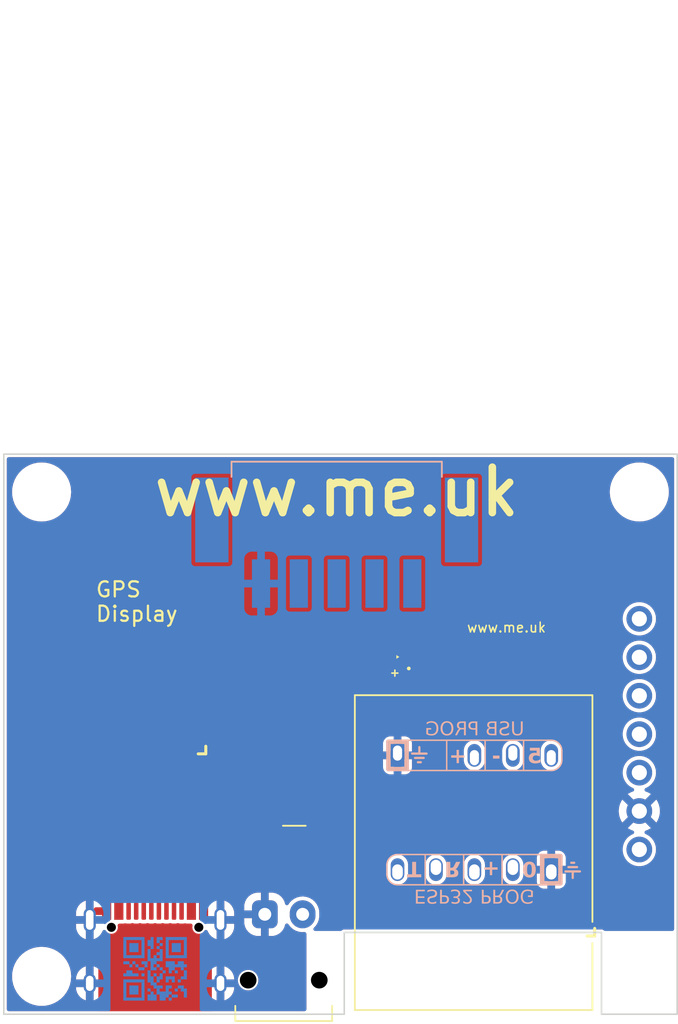
<source format=kicad_pcb>
(kicad_pcb (version 20221018) (generator pcbnew)
  (title_block (title "GPS reference") (date "${DATE}") (rev "5") (company "Adrian Kennard Andrews & Arnold Ltd") (comment 1 "www.me.uk") (comment 2 "@TheRealRevK"))
  (layers (0 "F.Cu" signal) (31 "B.Cu" signal) (34 "B.Paste" user) (35 "F.Paste" user) (36 "B.SilkS" user "B.Silkscreen") (37 "F.SilkS" user "F.Silkscreen") (38 "B.Mask" user) (39 "F.Mask" user) (44 "Edge.Cuts" user))
  (property "DATE" "2022-03-20")
  (net 0 "")
  (net 1 "D+")
  (net 2 "GND")
  (net 3 "D-")
  (net 4 "+3V3")
  (net 5 "VBUS")
  (net 6 "Net-(J2-CC1)")
  (net 7 "DC")
  (net 9 "Net-(J2-CC2)")
  (net 11 "GPSTICK")
  (net 12 "OLED-SCK")
  (net 13 "GPSTX")
  (net 14 "GPSRX")
  (net 15 "OLED-CS")
  (net 17 "Net-(U1-EN)")
  (net 19 "RGB")
  (net 20 "Net-(J4-0)")
  (net 21 "Net-(J4-Rx)")
  (net 22 "Net-(J4-Tx)")
  (net 27 "OLED-MOSI")
  (net 33 "OLED-DC")
  (net 34 "OLED-RST")
  (footprint "RevK:SMD1010" (layer "F.Cu") (at 103.965 128.735 180)
    (fp_text reference "D4" hide)
    (fp_text value "XL-1010RGBC-WS2812B" hide)
    (fp_line (start -0.08 -0.73) (end 0.32 -0.73) (stroke (width 0.1)) (layer "F.SilkS"))
    (fp_line (start 0.12 -0.93) (end 0.12 -0.53) (stroke (width 0.1)) (layer "F.SilkS"))
    (fp_circle (center -0.8 -0.425) (end -0.675 -0.425) (fill solid) (layer "F.SilkS"))
    (fp_poly (pts (xy 0.023248 0.214442) (xy 0.023248 0.464442) (xy -0.176752 0.337718)) (fill solid) (layer "F.SilkS"))
    (pad "1" smd rect (at -0.425 -0.425 180) (size 0.45 0.45) (layers "F.Cu" "F.Paste" "F.Mask"))
    (pad "2" smd rect (at 0.425 -0.425 180) (size 0.45 0.45) (layers "F.Cu" "F.Paste" "F.Mask") (net 4 "+3V3"))
    (pad "3" smd rect (at -0.425 0.425 180) (size 0.45 0.45) (layers "F.Cu" "F.Paste" "F.Mask") (net 2 "GND"))
    (pad "4" smd rect (at 0.425 0.425 180) (size 0.45 0.45) (layers "F.Cu" "F.Paste" "F.Mask") (net 19 "RGB"))
  )
  (footprint "RevK:R_0402" (layer "F.Cu") (at 117.5 140.25 90)
    (fp_text reference "R1" hide)
    (fp_text value "10K" hide)
    (pad "1" smd roundrect (at -0.5 0 90) (size 0.54 0.64) (layers "F.Cu" "F.Paste" "F.Mask") (net 4 "+3V3"))
    (pad "2" smd roundrect (at 0.5 0 90) (size 0.54 0.64) (layers "F.Cu" "F.Paste" "F.Mask") (net 17 "Net-(U1-EN)"))
  )
  (footprint "RevK:R_0402_" (layer "F.Cu") (at 99.87 123.57)
    (fp_text reference "R15" hide)
    (fp_text value "1M" hide)
  )
  (footprint "RevK:R_0402" (layer "F.Cu") (at 90.5 143.75 180)
    (fp_text reference "R3" hide)
    (fp_text value "5K1" hide)
    (pad "1" smd roundrect (at -0.5 0 180) (size 0.54 0.64) (layers "F.Cu" "F.Paste" "F.Mask") (net 2 "GND"))
    (pad "2" smd roundrect (at 0.5 0 180) (size 0.54 0.64) (layers "F.Cu" "F.Paste" "F.Mask") (net 9 "Net-(J2-CC2)"))
  )
  (footprint "RevK:C_0603_" (layer "F.Cu") (at 97.2 119.94)
    (fp_text reference "C6" hide)
    (fp_text value "10uF 50V")
  )
  (footprint "RevK:USB-C-Socket-H" (layer "F.Cu") (at 88 147.65)
    (fp_text reference "J2" hide)
    (fp_text value "USB-C-Socket-V")
    (pad "" np_thru_hole circle (at -2.89 -1.39) (size 0.7 0.7) (drill 0.6) (layers "F.Mask"))
    (pad "" np_thru_hole circle (at 2.89 -1.39) (size 0.7 0.7) (drill 0.6) (layers "F.Mask"))
    (pad "A1" smd rect (at -3.2 -2.46) (size 0.6 1.14) (layers "F.Cu" "F.Paste" "F.Mask") (net 2 "GND"))
    (pad "A4" smd rect (at -2.4 -2.46) (size 0.6 1.14) (layers "F.Cu" "F.Paste" "F.Mask") (net 5 "VBUS"))
    (pad "A5" smd roundrect (at -1.25 -2.46) (size 0.3 1.14) (layers "F.Cu" "F.Paste" "F.Mask") (net 6 "Net-(J2-CC1)"))
    (pad "A6" smd roundrect (at -0.25 -2.46) (size 0.3 1.14) (layers "F.Cu" "F.Paste" "F.Mask") (net 1 "D+"))
    (pad "A7" smd roundrect (at 0.25 -2.46) (size 0.3 1.14) (layers "F.Cu" "F.Paste" "F.Mask") (net 3 "D-"))
    (pad "A8" smd roundrect (at 1.25 -2.46) (size 0.3 1.14) (layers "F.Cu" "F.Paste" "F.Mask"))
    (pad "A9" smd rect (at 2.4 -2.46) (size 0.6 1.14) (layers "F.Cu") (net 5 "VBUS"))
    (pad "A12" smd rect (at 3.2 -2.46) (size 0.6 1.14) (layers "F.Cu") (net 2 "GND"))
    (pad "B1" smd rect (at 3.2 -2.46) (size 0.6 1.14) (layers "F.Cu" "F.Paste" "F.Mask") (net 2 "GND"))
    (pad "B4" smd rect (at 2.4 -2.46) (size 0.6 1.14) (layers "F.Cu" "F.Paste" "F.Mask") (net 5 "VBUS"))
    (pad "B5" smd roundrect (at 1.75 -2.46) (size 0.3 1.14) (layers "F.Cu" "F.Paste" "F.Mask") (net 9 "Net-(J2-CC2)"))
    (pad "B6" smd roundrect (at 0.75 -2.46) (size 0.3 1.14) (layers "F.Cu" "F.Paste" "F.Mask") (net 1 "D+"))
    (pad "B7" smd roundrect (at -0.75 -2.46) (size 0.3 1.14) (layers "F.Cu" "F.Paste" "F.Mask") (net 3 "D-"))
    (pad "B8" smd roundrect (at -1.75 -2.46) (size 0.3 1.14) (layers "F.Cu" "F.Paste" "F.Mask"))
    (pad "B9" smd rect (at -2.4 -2.46) (size 0.6 1.14) (layers "F.Cu") (net 5 "VBUS"))
    (pad "B12" smd rect (at -3.2 -2.46) (size 0.6 1.14) (layers "F.Cu") (net 2 "GND"))
    (pad "S1" thru_hole oval (at -4.32 -1.88) (size 0.8 1.6) (drill oval 0.5 1.3) (layers "*.Cu" "F.Mask") (net 2 "GND"))
    (pad "S1" thru_hole oval (at -4.32 2.31) (size 0.8 1.3) (drill oval 0.5 1) (layers "*.Cu" "F.Mask") (net 2 "GND"))
    (pad "S1" smd rect (at 0 1.75) (size 7.5 4.8) (layers "F.Cu" "F.Mask") (net 2 "GND"))
    (pad "S1" thru_hole oval (at 4.32 -1.88) (size 0.8 1.6) (drill oval 0.5 1.3) (layers "*.Cu" "F.Mask") (net 2 "GND"))
    (pad "S1" thru_hole oval (at 4.32 2.31) (size 0.8 1.3) (drill oval 0.5 1) (layers "*.Cu" "F.Mask") (net 2 "GND"))
  )
  (footprint "RevK:ESP32-S3-MINI-1" (layer "F.Cu") (at 109.05 138.8 180)
    (fp_text reference "U1" hide)
    (fp_text value "ESP32-S3-MINI-1" hide)
    (fp_line (start -8 -8.03) (end -8 -7.53) (stroke (width 0.2)) (layer "F.SilkS"))
    (fp_line (start -7.85 -12.925) (end -7.85 -8.5) (stroke (width 0.12)) (layer "F.SilkS"))
    (fp_line (start -7.85 -12.925) (end 7.85 -12.925) (stroke (width 0.12)) (layer "F.SilkS"))
    (fp_line (start -7.85 -7.1) (end -7.85 7.875) (stroke (width 0.12)) (layer "F.SilkS"))
    (fp_line (start -7.85 7.875) (end 7.85 7.875) (stroke (width 0.12)) (layer "F.SilkS"))
    (fp_line (start -7.5 -8.03) (end -8 -8.03) (stroke (width 0.2)) (layer "F.SilkS"))
    (fp_line (start 7.85 -12.925) (end 7.85 7.875) (stroke (width 0.12)) (layer "F.SilkS"))
    (pad "1" smd rect (at -7 -5.95 270) (size 0.4 0.8) (layers "F.Cu" "F.Paste" "F.Mask") (net 2 "GND"))
    (pad "2" smd rect (at -7 -5.1 270) (size 0.4 0.8) (layers "F.Cu" "F.Paste" "F.Mask") (net 2 "GND"))
    (pad "3" smd rect (at -7 -4.25 270) (size 0.4 0.8) (layers "F.Cu" "F.Paste" "F.Mask") (net 4 "+3V3"))
    (pad "4" smd rect (at -7 -3.4 270) (size 0.4 0.8) (layers "F.Cu" "F.Paste" "F.Mask") (net 20 "Net-(J4-0)"))
    (pad "5" smd rect (at -7 -2.55 270) (size 0.4 0.8) (layers "F.Cu" "F.Paste" "F.Mask"))
    (pad "6" smd rect (at -7 -1.7 270) (size 0.4 0.8) (layers "F.Cu" "F.Paste" "F.Mask"))
    (pad "7" smd rect (at -7 -0.85 270) (size 0.4 0.8) (layers "F.Cu" "F.Paste" "F.Mask"))
    (pad "8" smd rect (at -7 0 270) (size 0.4 0.8) (layers "F.Cu" "F.Paste" "F.Mask"))
    (pad "9" smd rect (at -7 0.85 270) (size 0.4 0.8) (layers "F.Cu" "F.Paste" "F.Mask"))
    (pad "10" smd rect (at -7 1.7 270) (size 0.4 0.8) (layers "F.Cu" "F.Paste" "F.Mask"))
    (pad "11" smd rect (at -7 2.55 270) (size 0.4 0.8) (layers "F.Cu" "F.Paste" "F.Mask"))
    (pad "12" smd rect (at -7 3.4 270) (size 0.4 0.8) (layers "F.Cu" "F.Paste" "F.Mask"))
    (pad "13" smd rect (at -7 4.25 270) (size 0.4 0.8) (layers "F.Cu" "F.Paste" "F.Mask"))
    (pad "14" smd rect (at -7 5.1 270) (size 0.4 0.8) (layers "F.Cu" "F.Paste" "F.Mask"))
    (pad "15" smd rect (at -7 5.95 270) (size 0.4 0.8) (layers "F.Cu" "F.Paste" "F.Mask"))
    (pad "16" smd rect (at -5.95 7 180) (size 0.4 0.8) (layers "F.Cu" "F.Paste" "F.Mask") (net 27 "OLED-MOSI"))
    (pad "17" smd rect (at -5.1 7 180) (size 0.4 0.8) (layers "F.Cu" "F.Paste" "F.Mask"))
    (pad "18" smd rect (at -4.25 7 180) (size 0.4 0.8) (layers "F.Cu" "F.Paste" "F.Mask") (net 34 "OLED-RST"))
    (pad "19" smd rect (at -3.4 7 180) (size 0.4 0.8) (layers "F.Cu" "F.Paste" "F.Mask") (net 33 "OLED-DC"))
    (pad "20" smd rect (at -2.55 7 180) (size 0.4 0.8) (layers "F.Cu" "F.Paste" "F.Mask"))
    (pad "21" smd rect (at -1.7 7 180) (size 0.4 0.8) (layers "F.Cu" "F.Paste" "F.Mask"))
    (pad "22" smd rect (at -0.85 7 180) (size 0.4 0.8) (layers "F.Cu" "F.Paste" "F.Mask"))
    (pad "23" smd rect (at 0 7 180) (size 0.4 0.8) (layers "F.Cu" "F.Paste" "F.Mask") (net 3 "D-"))
    (pad "24" smd rect (at 0.85 7 180) (size 0.4 0.8) (layers "F.Cu" "F.Paste" "F.Mask") (net 1 "D+"))
    (pad "25" smd rect (at 1.7 7 180) (size 0.4 0.8) (layers "F.Cu" "F.Paste" "F.Mask"))
    (pad "26" smd rect (at 2.55 7 180) (size 0.4 0.8) (layers "F.Cu" "F.Paste" "F.Mask"))
    (pad "27" smd rect (at 3.4 7 180) (size 0.4 0.8) (layers "F.Cu" "F.Paste" "F.Mask"))
    (pad "28" smd rect (at 4.25 7 180) (size 0.4 0.8) (layers "F.Cu" "F.Paste" "F.Mask") (net 19 "RGB"))
    (pad "29" smd rect (at 5.1 7 180) (size 0.4 0.8) (layers "F.Cu" "F.Paste" "F.Mask"))
    (pad "30" smd rect (at 5.95 7 180) (size 0.4 0.8) (layers "F.Cu" "F.Paste" "F.Mask"))
    (pad "31" smd rect (at 7 5.95 270) (size 0.4 0.8) (layers "F.Cu" "F.Paste" "F.Mask"))
    (pad "32" smd rect (at 7 5.1 270) (size 0.4 0.8) (layers "F.Cu" "F.Paste" "F.Mask"))
    (pad "33" smd rect (at 7 4.25 270) (size 0.4 0.8) (layers "F.Cu" "F.Paste" "F.Mask") (net 13 "GPSTX"))
    (pad "34" smd rect (at 7 3.4 270) (size 0.4 0.8) (layers "F.Cu" "F.Paste" "F.Mask") (net 12 "OLED-SCK"))
    (pad "35" smd rect (at 7 2.55 270) (size 0.4 0.8) (layers "F.Cu" "F.Paste" "F.Mask") (net 15 "OLED-CS"))
    (pad "36" smd rect (at 7 1.7 270) (size 0.4 0.8) (layers "F.Cu" "F.Paste" "F.Mask") (net 14 "GPSRX"))
    (pad "37" smd rect (at 7 0.85 270) (size 0.4 0.8) (layers "F.Cu" "F.Paste" "F.Mask") (net 11 "GPSTICK"))
    (pad "38" smd rect (at 7 0 270) (size 0.4 0.8) (layers "F.Cu" "F.Paste" "F.Mask"))
    (pad "39" smd rect (at 7 -0.85 270) (size 0.4 0.8) (layers "F.Cu" "F.Paste" "F.Mask") (net 22 "Net-(J4-Tx)"))
    (pad "40" smd rect (at 7 -1.7 270) (size 0.4 0.8) (layers "F.Cu" "F.Paste" "F.Mask") (net 21 "Net-(J4-Rx)"))
    (pad "41" smd rect (at 7 -2.55 270) (size 0.4 0.8) (layers "F.Cu" "F.Paste" "F.Mask"))
    (pad "42" smd rect (at 7 -3.4 270) (size 0.4 0.8) (layers "F.Cu" "F.Paste" "F.Mask") (net 2 "GND"))
    (pad "43" smd rect (at 7 -4.25 270) (size 0.4 0.8) (layers "F.Cu" "F.Paste" "F.Mask") (net 2 "GND"))
    (pad "44" smd rect (at 7 -5.1 270) (size 0.4 0.8) (layers "F.Cu" "F.Paste" "F.Mask"))
    (pad "45" smd rect (at 7 -5.95 270) (size 0.4 0.8) (layers "F.Cu" "F.Paste" "F.Mask") (net 17 "Net-(U1-EN)"))
    (pad "46" smd rect (at 5.95 -7 180) (size 0.4 0.8) (layers "F.Cu" "F.Paste" "F.Mask") (net 2 "GND"))
    (pad "47" smd rect (at 5.1 -7 180) (size 0.4 0.8) (layers "F.Cu" "F.Paste" "F.Mask") (net 2 "GND"))
    (pad "48" smd rect (at 4.25 -7 180) (size 0.4 0.8) (layers "F.Cu" "F.Paste" "F.Mask") (net 2 "GND"))
    (pad "49" smd rect (at 3.4 -7 180) (size 0.4 0.8) (layers "F.Cu" "F.Paste" "F.Mask") (net 2 "GND"))
    (pad "50" smd rect (at 2.55 -7 180) (size 0.4 0.8) (layers "F.Cu" "F.Paste" "F.Mask") (net 2 "GND"))
    (pad "51" smd rect (at 1.7 -7 180) (size 0.4 0.8) (layers "F.Cu" "F.Paste" "F.Mask") (net 2 "GND"))
    (pad "52" smd rect (at 0.85 -7 180) (size 0.4 0.8) (layers "F.Cu" "F.Paste" "F.Mask") (net 2 "GND"))
    (pad "53" smd rect (at 0 -7 180) (size 0.4 0.8) (layers "F.Cu" "F.Paste" "F.Mask") (net 2 "GND"))
    (pad "54" smd rect (at -0.85 -7 180) (size 0.4 0.8) (layers "F.Cu" "F.Paste" "F.Mask") (net 2 "GND"))
    (pad "55" smd rect (at -1.7 -7 180) (size 0.4 0.8) (layers "F.Cu" "F.Paste" "F.Mask") (net 2 "GND"))
    (pad "56" smd rect (at -2.55 -7 180) (size 0.4 0.8) (layers "F.Cu" "F.Paste" "F.Mask") (net 2 "GND"))
    (pad "57" smd rect (at -3.4 -7 180) (size 0.4 0.8) (layers "F.Cu" "F.Paste" "F.Mask") (net 2 "GND"))
    (pad "58" smd rect (at -4.25 -7 180) (size 0.4 0.8) (layers "F.Cu" "F.Paste" "F.Mask") (net 2 "GND"))
    (pad "59" smd rect (at -5.1 -7 180) (size 0.4 0.8) (layers "F.Cu" "F.Paste" "F.Mask") (net 2 "GND"))
    (pad "60" smd rect (at -5.95 -7 180) (size 0.4 0.8) (layers "F.Cu" "F.Paste" "F.Mask") (net 2 "GND"))
    (pad "61" smd roundrect (at -1.65 -1.65 180) (size 1.2 1.2) (layers "F.Cu" "F.Paste" "F.Mask") (roundrect_rratio 0) (chamfer_ratio 0.5) (chamfer top_left) (net 2 "GND"))
    (pad "61" smd rect (at -1.65 0 270) (size 1.2 1.2) (layers "F.Cu" "F.Paste" "F.Mask") (net 2 "GND"))
    (pad "61" smd rect (at -1.65 1.65 270) (size 1.2 1.2) (layers "F.Cu" "F.Paste" "F.Mask") (net 2 "GND"))
    (pad "61" smd rect (at 0 -1.65 180) (size 1.2 1.2) (layers "F.Cu" "F.Paste" "F.Mask") (net 2 "GND"))
    (pad "61" smd rect (at 0 0 180) (size 1.2 1.2) (layers "F.Cu" "F.Paste" "F.Mask") (net 2 "GND"))
    (pad "61" smd rect (at 0 1.65 180) (size 1.2 1.2) (layers "F.Cu" "F.Paste" "F.Mask") (net 2 "GND"))
    (pad "61" smd rect (at 1.65 -1.65 180) (size 1.2 1.2) (layers "F.Cu" "F.Paste" "F.Mask") (net 2 "GND"))
    (pad "61" smd rect (at 1.65 0 180) (size 1.2 1.2) (layers "F.Cu" "F.Paste" "F.Mask") (net 2 "GND"))
    (pad "61" smd rect (at 1.65 1.65 180) (size 1.2 1.2) (layers "F.Cu" "F.Paste" "F.Mask") (net 2 "GND"))
    (pad "62" smd rect (at -7 -7 180) (size 0.8 0.8) (layers "F.Cu" "F.Paste" "F.Mask") (net 2 "GND"))
    (pad "63" smd rect (at -7 7 180) (size 0.8 0.8) (layers "F.Cu" "F.Paste" "F.Mask") (net 2 "GND"))
    (pad "64" smd rect (at 7 7 180) (size 0.8 0.8) (layers "F.Cu" "F.Paste" "F.Mask") (net 2 "GND"))
    (pad "65" smd rect (at 7 -7 180) (size 0.8 0.8) (layers "F.Cu" "F.Paste" "F.Mask") (net 2 "GND"))
    (zone (net 0) (net_name "") (layers "F.Cu" "In1.Cu" "In2.Cu" "In3.Cu" "In4.Cu" "In5.Cu" "In6.Cu" "In7.Cu" "In8.Cu" "In9.Cu" "In10.Cu" "In11.Cu" "In12.Cu" "In13.Cu" "In14.Cu" "In15.Cu" "In16.Cu" "In17.Cu" "In18.Cu" "In19.Cu" "In20.Cu" "In21.Cu" "In22.Cu" "In23.Cu" "In24.Cu" "In25.Cu" "In26.Cu" "In27.Cu" "In28.Cu" "In29.Cu" "In30.Cu") (connect_pads (clearance 0)) (min_thickness 0.01)
      (keepout (tracks not_allowed) (vias not_allowed) (pads not_allowed) (copperpour not_allowed) (footprints not_allowed))
      (fill (thermal_gap 0.508) (thermal_bridge_width 0.508))
      (polygon (pts (xy 116.75 151.575) (xy 101.35 151.575) (xy 101.35 146.525) (xy 116.75 146.525)))
    )
    (zone (net 0) (net_name "") (layer "B.Cu") (connect_pads (clearance 0)) (min_thickness 0.01)
      (keepout (tracks not_allowed) (vias not_allowed) (pads not_allowed) (copperpour not_allowed) (footprints not_allowed))
      (fill (thermal_gap 0.508) (thermal_bridge_width 0.508))
      (polygon (pts (xy 116.75 151.65) (xy 101.35 151.65) (xy 101.35 147) (xy 116.75 147)))
    )
  )
  (footprint "RevK:R_0402_" (layer "F.Cu") (at 99.87 119.89)
    (fp_text reference "R13" hide)
    (fp_text value "124k" hide)
  )
  (footprint "RevK:D_1206" (layer "F.Cu") (at 97.2 139.05 90)
    (fp_text reference "D1" hide)
    (fp_text value "D")
    (fp_line (start -0.5 -0.75) (end -0.5 0.75) (stroke (width 0.12)) (layer "F.SilkS"))
    (pad "1" smd roundrect (at -1.4 0 90) (size 1.25 1.75) (layers "F.Cu" "F.Paste" "F.Mask") (roundrect_rratio 0.2) (net 7 "DC"))
    (pad "2" smd roundrect (at 1.4 0 90) (size 1.25 1.75) (layers "F.Cu" "F.Paste" "F.Mask") (roundrect_rratio 0.2) (net 5 "VBUS"))
  )
  (footprint "RevK:C_0603_" (layer "F.Cu") (at 97.2 123.78)
    (fp_text reference "C8" hide)
    (fp_text value "100nF")
  )
  (footprint "RevK:OLED1.5-RGB" (layer "F.Cu") (at 78 152)
    (fp_text reference "M1" hide)
    (fp_text value "OLED1.5-RGB")
    (pad "" np_thru_hole circle (at 2.5 -34.5) (size 2 2) (drill 2.1) (layers "F&B.Cu" "*.Mask") (clearance 0.9))
    (pad "" np_thru_hole circle (at 2.5 -2.5) (size 2 2) (drill 2.1) (layers "F&B.Cu" "*.Mask") (clearance 0.9))
    (pad "" np_thru_hole circle (at 42 -34.5) (size 2 2) (drill 2.1) (layers "F&B.Cu" "*.Mask") (clearance 0.9))
    (pad "" np_thru_hole circle (at 42 -2.5) (size 2 2) (drill 2.1) (layers "F&B.Cu" "*.Mask") (clearance 0.9))
    (pad "1" thru_hole circle (at 42 -10.88) (size 1.7 1.7) (drill 1) (layers "*.Cu" "*.Mask") (net 4 "+3V3"))
    (pad "2" thru_hole circle (at 42 -13.42) (size 1.7 1.7) (drill 1) (layers "*.Cu" "*.Mask") (net 2 "GND"))
    (pad "3" thru_hole circle (at 42 -15.96) (size 1.7 1.7) (drill 1) (layers "*.Cu" "*.Mask") (net 27 "OLED-MOSI"))
    (pad "4" thru_hole circle (at 42 -18.5) (size 1.7 1.7) (drill 1) (layers "*.Cu" "*.Mask") (net 12 "OLED-SCK"))
    (pad "5" thru_hole circle (at 42 -21.04) (size 1.7 1.7) (drill 1) (layers "*.Cu" "*.Mask") (net 15 "OLED-CS"))
    (pad "6" thru_hole circle (at 42 -23.58) (size 1.7 1.7) (drill 1) (layers "*.Cu" "*.Mask") (net 33 "OLED-DC"))
    (pad "7" thru_hole circle (at 42 -26.12) (size 1.7 1.7) (drill 1) (layers "*.Cu" "*.Mask") (net 34 "OLED-RST"))
  )
  (footprint "RevK:C_0603_" (layer "F.Cu") (at 97.2 121.86)
    (fp_text reference "C7" hide)
    (fp_text value "10uF 6.3V")
  )
  (footprint "RevK:C_0402" (layer "F.Cu") (at 101.52 129.295 180)
    (fp_text reference "C5" hide)
    (fp_text value "1uF" hide)
    (pad "1" smd roundrect (at -0.5 0 180) (size 0.54 0.64) (layers "F.Cu" "F.Paste" "F.Mask") (net 17 "Net-(U1-EN)"))
    (pad "2" smd roundrect (at 0.5 0 180) (size 0.54 0.64) (layers "F.Cu" "F.Paste" "F.Mask") (net 2 "GND"))
  )
  (footprint "RevK:R_0402_" (layer "F.Cu") (at 99.87 121.73)
    (fp_text reference "R14" hide)
    (fp_text value "40k2" hide)
  )
  (footprint "RevK:SOT-23-6-MD8942" (layer "F.Cu") (at 89.25 133.25)
    (fp_text reference "U2" hide)
    (fp_text value "MD8942")
    (fp_line (start 1.6 1.55) (end 2.1 1.55) (stroke (width 0.2)) (layer "F.SilkS"))
    (fp_line (start 2.1 1.55) (end 2.1 1.05) (stroke (width 0.2)) (layer "F.SilkS"))
    (pad "1" smd rect (at 0.7625 1.5) (size 0.525 0.8) (layers "F.Cu"))
    (pad "1" smd roundrect (at 0.775 2) (size 0.8 0.95) (layers "F.Cu" "F.Paste" "F.Mask"))
    (pad "1" smd roundrect (at 1.1375 0.95) (size 1.325 0.6) (layers "F.Cu" "F.Paste" "F.Mask"))
    (pad "2" smd roundrect (at 1.1375 0) (size 1.325 0.6) (layers "F.Cu" "F.Paste" "F.Mask") (net 2 "GND"))
    (pad "2" smd rect (at 1.8 0) (size 0.8 0.6) (layers "F.Cu") (net 2 "GND"))
    (pad "2" smd roundrect (at 2.300001 -1.9) (size 0.54 0.64) (layers "F.Cu" "F.Paste" "F.Mask") (net 2 "GND"))
    (pad "2" smd roundrect (at 2.5 -0.72) (size 0.95 3) (layers "F.Cu") (net 2 "GND"))
    (pad "2" smd roundrect (at 2.5 0.525) (size 0.95 0.8) (layers "F.Cu" "F.Paste" "F.Mask") (net 2 "GND"))
    (pad "3" smd roundrect (at 0.5 -1.9) (size 0.54 0.64) (layers "F.Cu" "F.Paste" "F.Mask"))
    (pad "3" smd rect (at 0.625 -1.355) (size 0.29 0.89) (layers "F.Cu"))
    (pad "3" smd roundrect (at 1.1375 -0.95) (size 1.325 0.6) (layers "F.Cu" "F.Paste" "F.Mask"))
    (pad "3" smd rect (at 1.3 -1.45) (size 0.54 1) (layers "F.Cu"))
    (pad "3" smd roundrect (at 1.300001 -1.9) (size 0.54 0.64) (layers "F.Cu" "F.Paste" "F.Mask"))
    (pad "4" smd roundrect (at -1.3 -1.9) (size 0.54 0.64) (layers "F.Cu" "F.Paste" "F.Mask"))
    (pad "4" smd rect (at -1.3 -1.42) (size 0.54 1) (layers "F.Cu"))
    (pad "4" smd roundrect (at -1.1375 -0.95) (size 1.325 0.6) (layers "F.Cu" "F.Paste" "F.Mask"))
    (pad "5" smd roundrect (at -2.5 -0.72) (size 0.95 3) (layers "F.Cu") (net 7 "DC"))
    (pad "5" smd roundrect (at -2.5 0.525) (size 0.95 0.8) (layers "F.Cu" "F.Paste" "F.Mask") (net 7 "DC"))
    (pad "5" smd roundrect (at -2.3 -1.9) (size 0.54 0.64) (layers "F.Cu" "F.Paste" "F.Mask") (net 7 "DC"))
    (pad "5" smd rect (at -1.8 0) (size 0.8 0.6) (layers "F.Cu") (net 7 "DC"))
    (pad "5" smd roundrect (at -1.1375 0) (size 1.325 0.6) (layers "F.Cu" "F.Paste" "F.Mask") (net 7 "DC"))
    (pad "6" smd rect (at -1.5 4.6) (size 1.425 3.7) (layers "F.Cu" "F.Mask"))
    (pad "6" smd rect (at -1.3 1.975) (size 1 2) (layers "F.Cu"))
    (pad "6" smd roundrect (at -1.1375 0.95) (size 1.325 0.6) (layers "F.Cu" "F.Paste" "F.Mask"))
    (pad "6" smd roundrect (at -0.775 2) (size 0.8 0.95) (layers "F.Cu" "F.Paste" "F.Mask"))
    (pad "7" smd roundrect (at -2.69375 4.2) (size 0.5625 4.5) (layers "F.Cu") (net 2 "GND"))
    (pad "7" smd roundrect (at -2.5 2.075) (size 0.95 0.8) (layers "F.Cu" "F.Paste" "F.Mask") (net 2 "GND"))
    (pad "8" smd roundrect (at -0.5 -1.9) (size 0.54 0.64) (layers "F.Cu" "F.Paste" "F.Mask") (net 4 "+3V3"))
    (pad "8" smd custom (at 0 0.8) (size 0.35 3) (layers "F.Cu") (net 4 "+3V3") (options (clearance outline) (anchor rect)) (primitives (gr_arc (start -0.5 -2.71) (mid -0.129059 -2.154847) (end 0.001198 -1.5) (width 0.35)) (gr_arc (start 1.5 3) (mid 0.43934 2.56066) (end 0 1.5) (width 0.35))))
    (pad "8" smd rect (at 1.5 4.6) (size 1.425 3.7) (layers "F.Cu" "F.Mask") (net 4 "+3V3"))
    (pad "8" smd custom (at 1.8 3.6) (size 0.7 2) (layers "F.Cu") (net 4 "+3V3") (options (clearance outline) (anchor rect)) (primitives (gr_arc (start 0 -1) (mid 0.146447 -1.353553) (end 0.5 -1.5) (width 0.7))))
    (pad "8" smd roundrect (at 2.5 2.075) (size 0.95 0.8) (layers "F.Cu" "F.Paste" "F.Mask") (net 4 "+3V3"))
  )
  (footprint "RevK:L_4x4_" (layer "F.Cu") (at 98.4 127.3)
    (fp_text reference "L2" hide)
    (fp_text value "10uH")
  )
  (footprint "RevK:R_0402" (layer "F.Cu") (at 85.5 143.75 180)
    (fp_text reference "R2" hide)
    (fp_text value "5K1" hide)
    (pad "1" smd roundrect (at -0.5 0 180) (size 0.54 0.64) (layers "F.Cu" "F.Paste" "F.Mask") (net 6 "Net-(J2-CC1)"))
    (pad "2" smd roundrect (at 0.5 0 180) (size 0.54 0.64) (layers "F.Cu" "F.Paste" "F.Mask") (net 2 "GND"))
  )
  (footprint "RevK:PTSM-HH1-2-RA" (layer "F.Cu") (at 96.5 145.4)
    (fp_text reference "J1" hide)
    (fp_text value "POWER")
    (fp_line (start -3.2 7.05) (end -3.2 6.05) (stroke (width 0.12)) (layer "F.SilkS"))
    (fp_line (start -3.2 7.05) (end 3.2 7.05) (stroke (width 0.12)) (layer "F.SilkS"))
    (fp_line (start 3.2 7.05) (end 3.2 6.05) (stroke (width 0.12)) (layer "F.SilkS"))
    (pad "" np_thru_hole circle (at -2.35 4.35) (size 1.1 1.1) (drill 1.1) (layers "*.Mask"))
    (pad "" np_thru_hole circle (at 2.35 4.35) (size 1.1 1.1) (drill 1.1) (layers "*.Mask"))
    (pad "1" thru_hole roundrect (at -1.25 0) (size 1.7 1.85) (drill 0.85) (layers "*.Cu" "*.Mask") (net 2 "GND"))
    (pad "2" thru_hole oval (at 1.25 0) (size 1.7 1.85) (drill 0.85) (layers "*.Cu" "*.Mask") (net 7 "DC"))
  )
  (footprint "RevK:AJK" (layer "F.Cu") (at 111.8 122.7)
    (fp_text reference "Logo2" hide)
    (fp_text value "AJK" hide)
    (fp_text user "www.me.uk" (at -0.58 3.75 unlocked) (layer "F.SilkS") (effects (font (size 0.65 0.65) (thickness 0.1))))
    (fp_line (start -0.85 1.95) (end -0.85 2.25) (stroke (width 0.08)) (layer "F.Cu"))
    (fp_line (start -0.85 1.95) (end -0.75 1.95) (stroke (width 0.08)) (layer "F.Cu"))
    (fp_line (start -0.85 2.11) (end -0.75 2.11) (stroke (width 0.08)) (layer "F.Cu"))
    (fp_line (start -0.75 2.11) (end -0.65 2.25) (stroke (width 0.08)) (layer "F.Cu"))
    (fp_line (start 0 -2.1) (end -3 2.1) (stroke (width 0.25)) (layer "F.Cu"))
    (fp_line (start 0 -2.1) (end 0 2.1) (stroke (width 0.25)) (layer "F.Cu"))
    (fp_line (start 0 0) (end -1.5 0) (stroke (width 0.25)) (layer "F.Cu"))
    (fp_line (start 0 0) (end 1.8 2.1) (stroke (width 0.25)) (layer "F.Cu"))
    (fp_line (start 1.8 -2) (end 0 0) (stroke (width 0.25)) (layer "F.Cu"))
    (fp_arc (start -0.75 1.95) (mid -0.67 2.03) (end -0.75 2.11) (stroke (width 0.08)) (layer "F.Cu"))
    (fp_arc (start 0 2.1) (mid -0.75 2.85) (end -1.5 2.1) (stroke (width 0.25)) (layer "F.Cu"))
    (fp_circle (center -0.77 2.11) (end -0.47 2.11) (stroke (width 0.08)) (fill none) (layer "F.Cu"))
  )
  (footprint "RevK:QR-SS" (layer "B.Cu") (at 88 149)
    (fp_text reference "U5" hide)
    (fp_text value "QR" hide)
    (pad "-" smd rect (at -2 -1.3) (size 0.2 1.2) (layers "B.Cu") (clearance 0.2))
    (pad "-" smd rect (at -2 0.4) (size 0.2 0.2) (layers "B.Cu") (clearance 0.2))
    (pad "-" smd rect (at -2 1.5) (size 0.2 1.2) (layers "B.Cu") (clearance 0.2))
    (pad "-" smd rect (at -1.9 -0.4) (size 0.4 0.2) (layers "B.Cu") (clearance 0.2))
    (pad "-" smd rect (at -1.7 0.3) (size 0.4 0.4) (layers "B.Cu") (clearance 0.2))
    (pad "-" smd rect (at -1.6 -0.2) (size 0.2 0.2) (layers "B.Cu") (clearance 0.2))
    (pad "-" smd rect (at -1.4 -2) (size 1.4 0.2) (layers "B.Cu") (clearance 0.2))
    (pad "-" smd rect (at -1.4 -1.4) (size 0.6 0.6) (layers "B.Cu") (clearance 0.2))
    (pad "-" smd rect (at -1.4 -0.8) (size 1 0.2) (layers "B.Cu") (clearance 0.2))
    (pad "-" smd rect (at -1.4 -0.4) (size 0.2 0.2) (layers "B.Cu") (clearance 0.2))
    (pad "-" smd rect (at -1.4 0.8) (size 1.4 0.2) (layers "B.Cu") (clearance 0.2))
    (pad "-" smd rect (at -1.4 1.4) (size 0.6 0.6) (layers "B.Cu") (clearance 0.2))
    (pad "-" smd rect (at -1.4 2) (size 1 0.2) (layers "B.Cu") (clearance 0.2))
    (pad "-" smd rect (at -1.3 0.4) (size 0.4 0.2) (layers "B.Cu") (clearance 0.2))
    (pad "-" smd rect (at -1.2 -0.2) (size 0.2 0.2) (layers "B.Cu") (clearance 0.2))
    (pad "-" smd rect (at -0.9 0) (size 0.4 0.2) (layers "B.Cu") (clearance 0.2))
    (pad "-" smd rect (at -0.8 -1.3) (size 0.2 1.2) (layers "B.Cu") (clearance 0.2))
    (pad "-" smd rect (at -0.8 0.4) (size 0.2 0.2) (layers "B.Cu") (clearance 0.2))
    (pad "-" smd rect (at -0.8 1.5) (size 0.2 1.2) (layers "B.Cu") (clearance 0.2))
    (pad "-" smd rect (at -0.7 -0.4) (size 0.4 0.2) (layers "B.Cu") (clearance 0.2))
    (pad "-" smd rect (at -0.6 -0.2) (size 0.2 0.2) (layers "B.Cu") (clearance 0.2))
    (pad "-" smd rect (at -0.4 -1.7) (size 0.2 0.4) (layers "B.Cu") (clearance 0.2))
    (pad "-" smd rect (at -0.4 -0.9) (size 0.2 0.8) (layers "B.Cu") (clearance 0.2))
    (pad "-" smd rect (at -0.4 0.5) (size 0.2 0.8) (layers "B.Cu") (clearance 0.2))
    (pad "-" smd rect (at -0.4 1.4) (size 0.2 0.2) (layers "B.Cu") (clearance 0.2))
    (pad "-" smd rect (at -0.4 1.9) (size 0.2 0.4) (layers "B.Cu") (clearance 0.2))
    (pad "-" smd rect (at -0.2 -1.7) (size 0.2 0.8) (layers "B.Cu") (clearance 0.2))
    (pad "-" smd rect (at -0.2 -0.3) (size 0.2 0.8) (layers "B.Cu") (clearance 0.2))
    (pad "-" smd rect (at -0.2 0.8) (size 0.2 0.6) (layers "B.Cu") (clearance 0.2))
    (pad "-" smd rect (at -0.2 1.8) (size 0.2 0.6) (layers "B.Cu") (clearance 0.2))
    (pad "-" smd rect (at 0 -0.6) (size 0.2 0.6) (layers "B.Cu") (clearance 0.2))
    (pad "-" smd rect (at 0 0) (size 0.2 0.2) (layers "B.Cu") (clearance 0.2))
    (pad "-" smd rect (at 0 0.4) (size 0.2 0.2) (layers "B.Cu") (clearance 0.2))
    (pad "-" smd rect (at 0 1.1) (size 0.2 0.4) (layers "B.Cu") (clearance 0.2))
    (pad "-" smd rect (at 0 1.9) (size 0.2 0.4) (layers "B.Cu") (clearance 0.2))
    (pad "-" smd rect (at 0.2 -1.8) (size 0.2 0.2) (layers "B.Cu") (clearance 0.2))
    (pad "-" smd rect (at 0.2 -1.4) (size 0.2 0.2) (layers "B.Cu") (clearance 0.2))
    (pad "-" smd rect (at 0.2 -1) (size 0.2 0.2) (layers "B.Cu") (clearance 0.2))
    (pad "-" smd rect (at 0.2 -0.6) (size 0.2 0.2) (layers "B.Cu") (clearance 0.2))
    (pad "-" smd rect (at 0.2 -0.2) (size 0.2 0.2) (layers "B.Cu") (clearance 0.2))
    (pad "-" smd rect (at 0.2 0.7) (size 0.2 0.4) (layers "B.Cu") (clearance 0.2))
    (pad "-" smd rect (at 0.2 1.5) (size 0.2 0.4) (layers "B.Cu") (clearance 0.2))
    (pad "-" smd rect (at 0.3 -2) (size 0.4 0.2) (layers "B.Cu") (clearance 0.2))
    (pad "-" smd rect (at 0.3 1.2) (size 0.4 0.2) (layers "B.Cu") (clearance 0.2))
    (pad "-" smd rect (at 0.4 -1.6) (size 0.2 0.2) (layers "B.Cu") (clearance 0.2))
    (pad "-" smd rect (at 0.4 -0.9) (size 0.2 0.8) (layers "B.Cu") (clearance 0.2))
    (pad "-" smd rect (at 0.4 0) (size 0.2 0.2) (layers "B.Cu") (clearance 0.2))
    (pad "-" smd rect (at 0.4 0.5) (size 0.2 0.4) (layers "B.Cu") (clearance 0.2))
    (pad "-" smd rect (at 0.5 1.8) (size 0.4 0.6) (layers "B.Cu") (clearance 0.2))
    (pad "-" smd rect (at 0.6 0.2) (size 0.2 0.2) (layers "B.Cu") (clearance 0.2))
    (pad "-" smd rect (at 0.8 -1.3) (size 0.2 1.2) (layers "B.Cu") (clearance 0.2))
    (pad "-" smd rect (at 0.8 0.8) (size 0.2 0.2) (layers "B.Cu") (clearance 0.2))
    (pad "-" smd rect (at 0.8 1.6) (size 0.2 0.6) (layers "B.Cu") (clearance 0.2))
    (pad "-" smd rect (at 0.9 1.2) (size 0.4 0.2) (layers "B.Cu") (clearance 0.2))
    (pad "-" smd rect (at 1 -0.3) (size 0.6 0.4) (layers "B.Cu") (clearance 0.2))
    (pad "-" smd rect (at 1 0.2) (size 0.2 0.2) (layers "B.Cu") (clearance 0.2))
    (pad "-" smd rect (at 1 0.6) (size 0.6 0.2) (layers "B.Cu") (clearance 0.2))
    (pad "-" smd rect (at 1 1.6) (size 0.2 0.2) (layers "B.Cu") (clearance 0.2))
    (pad "-" smd rect (at 1 2) (size 0.2 0.2) (layers "B.Cu") (clearance 0.2))
    (pad "-" smd rect (at 1.1 0) (size 0.4 0.2) (layers "B.Cu") (clearance 0.2))
    (pad "-" smd rect (at 1.2 0.8) (size 0.2 0.2) (layers "B.Cu") (clearance 0.2))
    (pad "-" smd rect (at 1.3 1.8) (size 0.4 0.2) (layers "B.Cu") (clearance 0.2))
    (pad "-" smd rect (at 1.4 -2) (size 1.4 0.2) (layers "B.Cu") (clearance 0.2))
    (pad "-" smd rect (at 1.4 -1.4) (size 0.6 0.6) (layers "B.Cu") (clearance 0.2))
    (pad "-" smd rect (at 1.4 -0.8) (size 1 0.2) (layers "B.Cu") (clearance 0.2))
    (pad "-" smd rect (at 1.4 -0.2) (size 0.2 0.2) (layers "B.Cu") (clearance 0.2))
    (pad "-" smd rect (at 1.4 0.2) (size 0.2 0.2) (layers "B.Cu") (clearance 0.2))
    (pad "-" smd rect (at 1.4 1.4) (size 0.2 0.2) (layers "B.Cu") (clearance 0.2))
    (pad "-" smd rect (at 1.6 0.8) (size 0.2 0.2) (layers "B.Cu") (clearance 0.2))
    (pad "-" smd rect (at 1.7 -0.3) (size 0.4 0.4) (layers "B.Cu") (clearance 0.2))
    (pad "-" smd rect (at 1.7 1.2) (size 0.4 0.2) (layers "B.Cu") (clearance 0.2))
    (pad "-" smd rect (at 1.8 0) (size 0.2 0.2) (layers "B.Cu") (clearance 0.2))
    (pad "-" smd rect (at 1.8 0.6) (size 0.2 0.2) (layers "B.Cu") (clearance 0.2))
    (pad "-" smd rect (at 1.9 1.4) (size 0.4 0.2) (layers "B.Cu") (clearance 0.2))
    (pad "-" smd rect (at 2 -1.3) (size 0.2 1.2) (layers "B.Cu") (clearance 0.2))
    (pad "-" smd rect (at 2 -0.2) (size 0.2 0.2) (layers "B.Cu") (clearance 0.2))
    (pad "-" smd rect (at 2 0.4) (size 0.2 0.6) (layers "B.Cu") (clearance 0.2))
    (pad "-" smd rect (at 2 1.7) (size 0.2 0.4) (layers "B.Cu") (clearance 0.2))
    (zone (net 0) (net_name "") (layer "B.Cu") (connect_pads (clearance 0)) (min_thickness 0.254)
      (keepout (tracks not_allowed) (vias not_allowed) (pads allowed) (copperpour not_allowed) (footprints not_allowed))
      (fill (thermal_gap 0.508) (thermal_bridge_width 0.508))
      (polygon (pts (xy 90.95 144.65) (xy 85.05 144.65) (xy 85.05 151.95) (xy 90.95 151.95)))
    )
  )
  (footprint "RevK:PTSM-HH-5-RA-SMD" (layer "B.Cu") (at 100 118.2)
    (fp_text reference "J3" hide)
    (fp_text value "Conn_01x05")
    (fp_line (start -6.95 -2.7) (end -6.95 -1.7) (stroke (width 0.12)) (layer "B.SilkS"))
    (fp_line (start -6.95 -2.7) (end 6.95 -2.7) (stroke (width 0.12)) (layer "B.SilkS"))
    (fp_line (start 6.95 -2.7) (end 6.95 -1.7) (stroke (width 0.12)) (layer "B.SilkS"))
    (pad "" smd rect (at -8.25 1.15) (size 2.2 5.6) (layers "B.Cu" "B.Paste" "B.Mask"))
    (pad "" smd rect (at 8.25 1.15) (size 2.2 5.6) (layers "B.Cu" "B.Paste" "B.Mask"))
    (pad "1" smd rect (at -5 5.35) (size 1.2 3.2) (layers "B.Cu" "B.Paste" "B.Mask") (net 2 "GND"))
    (pad "2" smd rect (at -2.5 5.35) (size 1.2 3.2) (layers "B.Cu" "B.Paste" "B.Mask") (net 14 "GPSRX"))
    (pad "3" smd rect (at 0 5.35) (size 1.2 3.2) (layers "B.Cu" "B.Paste" "B.Mask") (net 13 "GPSTX"))
    (pad "4" smd rect (at 2.5 5.35) (size 1.2 3.2) (layers "B.Cu" "B.Paste" "B.Mask") (net 11 "GPSTICK"))
    (pad "5" smd rect (at 5 5.35) (size 1.2 3.2) (layers "B.Cu" "B.Paste" "B.Mask") (net 4 "+3V3"))
  )
  (footprint "RevK:USB-PROG" (layer "B.Cu") (at 109.1 134.9 180)
    (fp_text reference "J5" hide)
    (fp_text value "USB-PROG" hide)
    (fp_text user "⏚" (at 3.6375 0 unlocked) (layer "B.SilkS") (effects (justify mirror)))
    (fp_text user "5" (at -3.9825 -0.1 unlocked) (layer "B.SilkS") (effects (font (thickness 0.1) bold) (justify mirror)))
    (fp_text user "USB PROG" (at -0.01 1.7 unlocked) (layer "B.SilkS") (effects (font (size 0.9 0.9) (thickness 0.1)) (justify mirror)))
    (fp_text user "+" (at 1.0975 -0.1 unlocked) (layer "B.SilkS") (effects (font (thickness 0.1) bold) (justify mirror)))
    (fp_text user "-" (at -1.4425 -0.1 unlocked) (layer "B.SilkS") (effects (font (thickness 0.1) bold) (justify mirror)))
    (fp_line (start -5.78 0.3) (end -5.78 -0.3) (stroke (width 0.1)) (layer "B.SilkS"))
    (fp_line (start -5.08 1) (end 4.52 1) (stroke (width 0.1)) (layer "B.SilkS"))
    (fp_line (start -3.25 -1) (end -3.25 1) (stroke (width 0.1)) (layer "B.SilkS"))
    (fp_line (start -0.71 -1) (end -0.71 1) (stroke (width 0.1)) (layer "B.SilkS"))
    (fp_line (start 1.83 -1) (end 1.83 1) (stroke (width 0.1)) (layer "B.SilkS"))
    (fp_line (start 4.475 0.905) (end 4.475 -0.905) (stroke (width 0.29)) (layer "B.SilkS"))
    (fp_line (start 4.52 -1) (end -5.08 -1) (stroke (width 0.1)) (layer "B.SilkS"))
    (fp_line (start 4.52 -0.905) (end 5.685 -0.905) (stroke (width 0.29)) (layer "B.SilkS"))
    (fp_line (start 4.55 0.905) (end 5.685 0.905) (stroke (width 0.29)) (layer "B.SilkS"))
    (fp_line (start 5.685 0.905) (end 5.685 -0.905) (stroke (width 0.29)) (layer "B.SilkS"))
    (fp_arc (start -5.78 -0.3) (mid -5.574974 -0.794974) (end -5.08 -1) (stroke (width 0.1)) (layer "B.SilkS"))
    (fp_arc (start -5.08 1) (mid -5.574974 0.794974) (end -5.78 0.3) (stroke (width 0.1)) (layer "B.SilkS"))
    (pad "1" thru_hole oval (at -5.08 -0.15 90) (size 1.5 0.9) (drill oval 1 0.6 (offset 0.15 0)) (layers "*.Cu" "*.Mask") (net 5 "VBUS"))
    (pad "2" thru_hole oval (at -2.54 0.15 90) (size 1.5 0.9) (drill oval 1 0.6 (offset -0.15 0)) (layers "*.Cu" "*.Mask") (net 3 "D-"))
    (pad "3" thru_hole oval (at 0 -0.15 90) (size 1.5 0.9) (drill oval 1 0.6 (offset 0.15 0)) (layers "*.Cu" "*.Mask") (net 1 "D+"))
    (pad "4" thru_hole rect (at 5.08 0.15 270) (size 1.5 0.9) (drill oval 1 0.6 (offset 0.15 0)) (layers "*.Cu" "*.Mask") (net 2 "GND"))
  )
  (footprint "RevK:Shelly" (layer "B.Cu") (at 109.1 142.45)
    (fp_text reference "J4" hide)
    (fp_text value "Shelly" hide)
    (fp_text user "T" (at -3.9825 -0.1 180 unlocked) (layer "B.SilkS") (effects (font (thickness 0.1) bold) (justify mirror)))
    (fp_text user "R" (at -1.4425 -0.1 180 unlocked) (layer "B.SilkS") (effects (font (thickness 0.1) bold) (justify mirror)))
    (fp_text user "0" (at 3.6375 -0.1 180 unlocked) (layer "B.SilkS") (effects (font (thickness 0.1) bold) (justify mirror)))
    (fp_text user "ESP32 PROG" (at -0.01 1.7 180 unlocked) (layer "B.SilkS") (effects (font (size 0.9 0.9) (thickness 0.1)) (justify mirror)))
    (fp_text user "⏚" (at 6.5 0 180 unlocked) (layer "B.SilkS") (effects (justify mirror)))
    (fp_text user "+" (at 1.0975 -0.1 180 unlocked) (layer "B.SilkS") (effects (font (thickness 0.1) bold) (justify mirror)))
    (fp_line (start -5.78 0.3) (end -5.78 -0.3) (stroke (width 0.1)) (layer "B.SilkS"))
    (fp_line (start -5.08 1) (end 4.52 1) (stroke (width 0.1)) (layer "B.SilkS"))
    (fp_line (start -3.25 -1) (end -3.25 1) (stroke (width 0.1)) (layer "B.SilkS"))
    (fp_line (start -0.71 -1) (end -0.71 1) (stroke (width 0.1)) (layer "B.SilkS"))
    (fp_line (start 1.83 -1) (end 1.83 1) (stroke (width 0.1)) (layer "B.SilkS"))
    (fp_line (start 4.475 0.905) (end 4.475 -0.905) (stroke (width 0.29)) (layer "B.SilkS"))
    (fp_line (start 4.52 -1) (end -5.08 -1) (stroke (width 0.1)) (layer "B.SilkS"))
    (fp_line (start 4.52 -0.905) (end 5.685 -0.905) (stroke (width 0.29)) (layer "B.SilkS"))
    (fp_line (start 4.55 0.905) (end 5.685 0.905) (stroke (width 0.29)) (layer "B.SilkS"))
    (fp_line (start 5.685 0.905) (end 5.685 -0.905) (stroke (width 0.29)) (layer "B.SilkS"))
    (fp_arc (start -5.78 -0.3) (mid -5.574974 -0.794974) (end -5.08 -1) (stroke (width 0.1)) (layer "B.SilkS"))
    (fp_arc (start -5.08 1) (mid -5.574974 0.794974) (end -5.78 0.3) (stroke (width 0.1)) (layer "B.SilkS"))
    (pad "1" thru_hole rect (at 5.08 0.15 90) (size 1.5 0.9) (drill oval 1 0.7 (offset 0.15 0)) (layers "*.Cu" "*.Mask") (net 2 "GND"))
    (pad "2" thru_hole oval (at 2.54 -0.15 90) (size 1.5 0.9) (drill oval 1 0.7 (offset -0.15 0)) (layers "*.Cu" "*.Mask") (net 20 "Net-(J4-0)"))
    (pad "3" thru_hole oval (at 0 0.15 90) (size 1.5 0.9) (drill oval 1 0.7 (offset 0.15 0)) (layers "*.Cu" "*.Mask") (net 4 "+3V3"))
    (pad "4" thru_hole oval (at -2.54 -0.15 90) (size 1.5 0.9) (drill oval 1 0.7 (offset -0.15 0)) (layers "*.Cu" "*.Mask") (net 21 "Net-(J4-Rx)"))
    (pad "5" thru_hole oval (at -5.08 0.15 90) (size 1.5 0.9) (drill oval 1 0.7 (offset 0.15 0)) (layers "*.Cu" "*.Mask") (net 22 "Net-(J4-Tx)"))
  )
  (gr_line (start 78 115) (end 122.5 115) (stroke (width 0.1)) (layer "Edge.Cuts"))
  (gr_line (start 117.5 152) (end 122.5 152) (stroke (width 0.1)) (layer "Edge.Cuts"))
  (gr_line (start 100.5 146.6) (end 100.5 152) (stroke (width 0.1)) (layer "Edge.Cuts"))
  (gr_line (start 122.5 115) (end 122.5 152) (stroke (width 0.1)) (layer "Edge.Cuts"))
  (gr_line (start 117.5 146.6) (end 100.5 146.6) (stroke (width 0.1)) (layer "Edge.Cuts"))
  (gr_line (start 78 115) (end 78 152) (stroke (width 0.1)) (layer "Edge.Cuts"))
  (gr_line (start 100.5 152) (end 78 152) (stroke (width 0.1)) (layer "Edge.Cuts"))
  (gr_line (start 117.5 152) (end 117.5 146.6) (stroke (width 0.1)) (layer "Edge.Cuts"))
  (gr_text "GPS\nDisplay" (at 84 124.75) (layer "F.SilkS") (effects (font (size 1 1)) (justify left)))
  (gr_text "www.me.uk" (at 100 117.5) (layer "F.SilkS") (effects (font (size 3 3) (thickness 0.5))))
  (zone (net 2) (net_name "GND") (layers "F&B.Cu") (connect_pads (clearance 0.25)) (min_thickness 0.25) (fill yes (thermal_gap 0.508) (thermal_bridge_width 0.508))
    (polygon (pts (xy 122.5 152) (xy 78 152) (xy 78 85) (xy 122.5 85)))
  )
)
</source>
